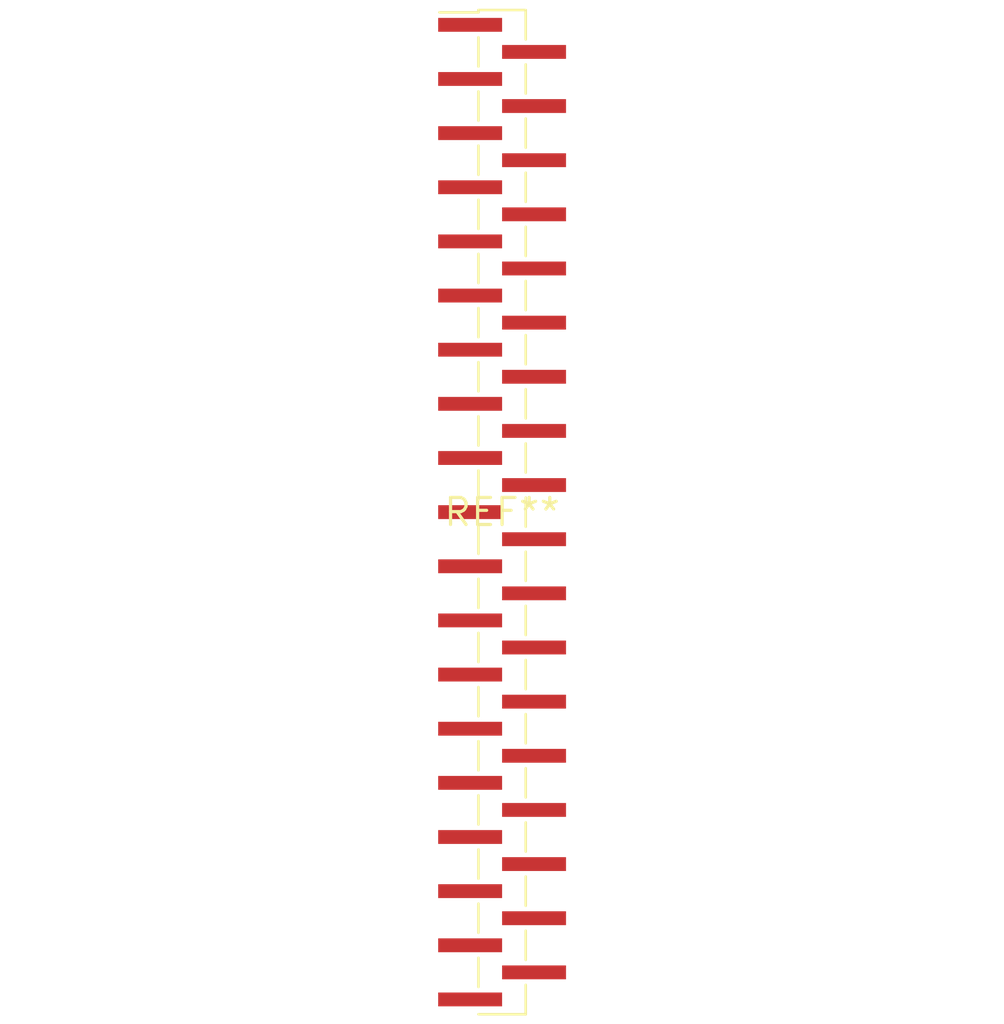
<source format=kicad_pcb>
(kicad_pcb (version 20240108) (generator pcbnew)
  (layers (0 "F.Cu" signal) (31 "B.Cu" signal) (34 "B.Paste" user) (35 "F.Paste" user) (36 "B.SilkS" user "B.Silkscreen") (37 "F.SilkS" user "F.Silkscreen") (38 "B.Mask" user) (39 "F.Mask" user) (44 "Edge.Cuts" user))
  (net 0 "")
  (footprint "PinHeader_1x37_P1.27mm_Vertical_SMD_Pin1Left" (layer "F.Cu") (at 0 0)
    (property "Reference" "REF**")
    (property "Value" "PinHeader_1x37_P1.27mm_Vertical_SMD_Pin1Left")
    (fp_line (start -1.11 -23.555) (end -1.11 -23.445) (layer "F.SilkS") (stroke (width 0.12)))
    (fp_line (start -1.11 -23.555) (end 1.11 -23.555) (layer "F.SilkS") (stroke (width 0.12)))
    (fp_line (start -1.11 -23.445) (end -2.94 -23.445) (layer "F.SilkS") (stroke (width 0.12)))
    (fp_line (start -1.11 -22.275) (end -1.11 -20.905) (layer "F.SilkS") (stroke (width 0.12)))
    (fp_line (start -1.11 -19.735) (end -1.11 -18.365) (layer "F.SilkS") (stroke (width 0.12)))
    (fp_line (start -1.11 -17.195) (end -1.11 -15.825) (layer "F.SilkS") (stroke (width 0.12)))
    (fp_line (start -1.11 -14.655) (end -1.11 -13.285) (layer "F.SilkS") (stroke (width 0.12)))
    (fp_line (start -1.11 -12.115) (end -1.11 -10.745) (layer "F.SilkS") (stroke (width 0.12)))
    (fp_line (start -1.11 -9.575) (end -1.11 -8.205) (layer "F.SilkS") (stroke (width 0.12)))
    (fp_line (start -1.11 -7.035) (end -1.11 -5.665) (layer "F.SilkS") (stroke (width 0.12)))
    (fp_line (start -1.11 -4.495) (end -1.11 -3.125) (layer "F.SilkS") (stroke (width 0.12)))
    (fp_line (start -1.11 -1.955) (end -1.11 -0.585) (layer "F.SilkS") (stroke (width 0.12)))
    (fp_line (start -1.11 0.585) (end -1.11 1.955) (layer "F.SilkS") (stroke (width 0.12)))
    (fp_line (start -1.11 3.125) (end -1.11 4.495) (layer "F.SilkS") (stroke (width 0.12)))
    (fp_line (start -1.11 5.665) (end -1.11 7.035) (layer "F.SilkS") (stroke (width 0.12)))
    (fp_line (start -1.11 8.205) (end -1.11 9.575) (layer "F.SilkS") (stroke (width 0.12)))
    (fp_line (start -1.11 10.745) (end -1.11 12.115) (layer "F.SilkS") (stroke (width 0.12)))
    (fp_line (start -1.11 13.285) (end -1.11 14.655) (layer "F.SilkS") (stroke (width 0.12)))
    (fp_line (start -1.11 15.825) (end -1.11 17.195) (layer "F.SilkS") (stroke (width 0.12)))
    (fp_line (start -1.11 18.365) (end -1.11 19.735) (layer "F.SilkS") (stroke (width 0.12)))
    (fp_line (start -1.11 20.905) (end -1.11 22.275) (layer "F.SilkS") (stroke (width 0.12)))
    (fp_line (start -1.11 23.555) (end 1.11 23.555) (layer "F.SilkS") (stroke (width 0.12)))
    (fp_line (start 1.11 -23.545) (end 1.11 -22.175) (layer "F.SilkS") (stroke (width 0.12)))
    (fp_line (start 1.11 -21.005) (end 1.11 -19.635) (layer "F.SilkS") (stroke (width 0.12)))
    (fp_line (start 1.11 -18.465) (end 1.11 -17.095) (layer "F.SilkS") (stroke (width 0.12)))
    (fp_line (start 1.11 -15.925) (end 1.11 -14.555) (layer "F.SilkS") (stroke (width 0.12)))
    (fp_line (start 1.11 -13.385) (end 1.11 -12.015) (layer "F.SilkS") (stroke (width 0.12)))
    (fp_line (start 1.11 -10.845) (end 1.11 -9.475) (layer "F.SilkS") (stroke (width 0.12)))
    (fp_line (start 1.11 -8.305) (end 1.11 -6.935) (layer "F.SilkS") (stroke (width 0.12)))
    (fp_line (start 1.11 -5.765) (end 1.11 -4.395) (layer "F.SilkS") (stroke (width 0.12)))
    (fp_line (start 1.11 -3.225) (end 1.11 -1.855) (layer "F.SilkS") (stroke (width 0.12)))
    (fp_line (start 1.11 -0.685) (end 1.11 0.685) (layer "F.SilkS") (stroke (width 0.12)))
    (fp_line (start 1.11 1.855) (end 1.11 3.225) (layer "F.SilkS") (stroke (width 0.12)))
    (fp_line (start 1.11 4.395) (end 1.11 5.765) (layer "F.SilkS") (stroke (width 0.12)))
    (fp_line (start 1.11 6.935) (end 1.11 8.305) (layer "F.SilkS") (stroke (width 0.12)))
    (fp_line (start 1.11 9.475) (end 1.11 10.845) (layer "F.SilkS") (stroke (width 0.12)))
    (fp_line (start 1.11 12.015) (end 1.11 13.385) (layer "F.SilkS") (stroke (width 0.12)))
    (fp_line (start 1.11 14.555) (end 1.11 15.925) (layer "F.SilkS") (stroke (width 0.12)))
    (fp_line (start 1.11 17.095) (end 1.11 18.465) (layer "F.SilkS") (stroke (width 0.12)))
    (fp_line (start 1.11 19.635) (end 1.11 21.005) (layer "F.SilkS") (stroke (width 0.12)))
    (fp_line (start 1.11 22.175) (end 1.11 23.545) (layer "F.SilkS") (stroke (width 0.12)))
    (fp_line (start 1.11 23.445) (end 1.11 23.555) (layer "F.SilkS") (stroke (width 0.12)))
    (pad "1" smd rect (at -1.5 -22.86) (size 3 0.65) (layers "F.Cu" "F.Paste" "F.Mask"))
    (pad "2" smd rect (at 1.5 -21.59) (size 3 0.65) (layers "F.Cu" "F.Paste" "F.Mask"))
    (pad "3" smd rect (at -1.5 -20.32) (size 3 0.65) (layers "F.Cu" "F.Paste" "F.Mask"))
    (pad "4" smd rect (at 1.5 -19.05) (size 3 0.65) (layers "F.Cu" "F.Paste" "F.Mask"))
    (pad "5" smd rect (at -1.5 -17.78) (size 3 0.65) (layers "F.Cu" "F.Paste" "F.Mask"))
    (pad "6" smd rect (at 1.5 -16.51) (size 3 0.65) (layers "F.Cu" "F.Paste" "F.Mask"))
    (pad "7" smd rect (at -1.5 -15.24) (size 3 0.65) (layers "F.Cu" "F.Paste" "F.Mask"))
    (pad "8" smd rect (at 1.5 -13.97) (size 3 0.65) (layers "F.Cu" "F.Paste" "F.Mask"))
    (pad "9" smd rect (at -1.5 -12.7) (size 3 0.65) (layers "F.Cu" "F.Paste" "F.Mask"))
    (pad "10" smd rect (at 1.5 -11.43) (size 3 0.65) (layers "F.Cu" "F.Paste" "F.Mask"))
    (pad "11" smd rect (at -1.5 -10.16) (size 3 0.65) (layers "F.Cu" "F.Paste" "F.Mask"))
    (pad "12" smd rect (at 1.5 -8.89) (size 3 0.65) (layers "F.Cu" "F.Paste" "F.Mask"))
    (pad "13" smd rect (at -1.5 -7.62) (size 3 0.65) (layers "F.Cu" "F.Paste" "F.Mask"))
    (pad "14" smd rect (at 1.5 -6.35) (size 3 0.65) (layers "F.Cu" "F.Paste" "F.Mask"))
    (pad "15" smd rect (at -1.5 -5.08) (size 3 0.65) (layers "F.Cu" "F.Paste" "F.Mask"))
    (pad "16" smd rect (at 1.5 -3.81) (size 3 0.65) (layers "F.Cu" "F.Paste" "F.Mask"))
    (pad "17" smd rect (at -1.5 -2.54) (size 3 0.65) (layers "F.Cu" "F.Paste" "F.Mask"))
    (pad "18" smd rect (at 1.5 -1.27) (size 3 0.65) (layers "F.Cu" "F.Paste" "F.Mask"))
    (pad "19" smd rect (at -1.5 0) (size 3 0.65) (layers "F.Cu" "F.Paste" "F.Mask"))
    (pad "20" smd rect (at 1.5 1.27) (size 3 0.65) (layers "F.Cu" "F.Paste" "F.Mask"))
    (pad "21" smd rect (at -1.5 2.54) (size 3 0.65) (layers "F.Cu" "F.Paste" "F.Mask"))
    (pad "22" smd rect (at 1.5 3.81) (size 3 0.65) (layers "F.Cu" "F.Paste" "F.Mask"))
    (pad "23" smd rect (at -1.5 5.08) (size 3 0.65) (layers "F.Cu" "F.Paste" "F.Mask"))
    (pad "24" smd rect (at 1.5 6.35) (size 3 0.65) (layers "F.Cu" "F.Paste" "F.Mask"))
    (pad "25" smd rect (at -1.5 7.62) (size 3 0.65) (layers "F.Cu" "F.Paste" "F.Mask"))
    (pad "26" smd rect (at 1.5 8.89) (size 3 0.65) (layers "F.Cu" "F.Paste" "F.Mask"))
    (pad "27" smd rect (at -1.5 10.16) (size 3 0.65) (layers "F.Cu" "F.Paste" "F.Mask"))
    (pad "28" smd rect (at 1.5 11.43) (size 3 0.65) (layers "F.Cu" "F.Paste" "F.Mask"))
    (pad "29" smd rect (at -1.5 12.7) (size 3 0.65) (layers "F.Cu" "F.Paste" "F.Mask"))
    (pad "30" smd rect (at 1.5 13.97) (size 3 0.65) (layers "F.Cu" "F.Paste" "F.Mask"))
    (pad "31" smd rect (at -1.5 15.24) (size 3 0.65) (layers "F.Cu" "F.Paste" "F.Mask"))
    (pad "32" smd rect (at 1.5 16.51) (size 3 0.65) (layers "F.Cu" "F.Paste" "F.Mask"))
    (pad "33" smd rect (at -1.5 17.78) (size 3 0.65) (layers "F.Cu" "F.Paste" "F.Mask"))
    (pad "34" smd rect (at 1.5 19.05) (size 3 0.65) (layers "F.Cu" "F.Paste" "F.Mask"))
    (pad "35" smd rect (at -1.5 20.32) (size 3 0.65) (layers "F.Cu" "F.Paste" "F.Mask"))
    (pad "36" smd rect (at 1.5 21.59) (size 3 0.65) (layers "F.Cu" "F.Paste" "F.Mask"))
    (pad "37" smd rect (at -1.5 22.86) (size 3 0.65) (layers "F.Cu" "F.Paste" "F.Mask"))
  )
)
</source>
